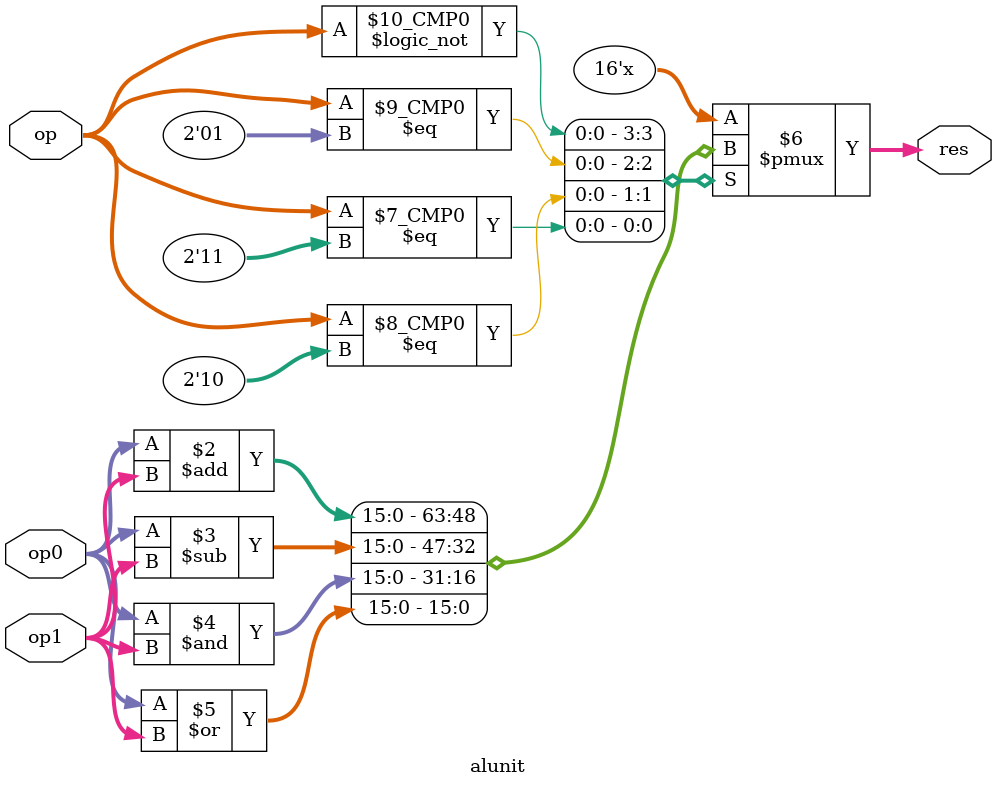
<source format=v>

module alunit
(
	input				[15:0]	op0,
	input				[15:0]	op1,
	input				[1:0]		op,
	output	reg	[15:0]	res
);

always @(op0 or op1 or op)
begin
	case (op)
		0: res <= op0 + op1;
		1: res <= op0 - op1;
		2: res <= op0 & op1;
		3: res <= op0 | op1;
	endcase
end

endmodule

</source>
